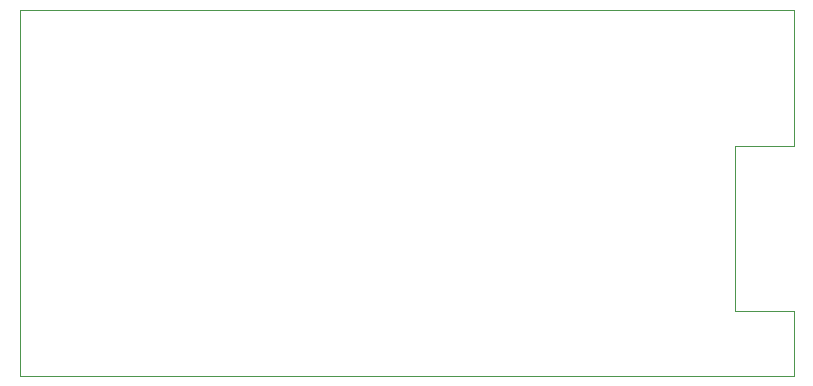
<source format=gbr>
%TF.GenerationSoftware,KiCad,Pcbnew,7.0.9-dirty*%
%TF.CreationDate,2023-12-27T00:33:38-08:00*%
%TF.ProjectId,hardware,68617264-7761-4726-952e-6b696361645f,rev?*%
%TF.SameCoordinates,Original*%
%TF.FileFunction,Profile,NP*%
%FSLAX46Y46*%
G04 Gerber Fmt 4.6, Leading zero omitted, Abs format (unit mm)*
G04 Created by KiCad (PCBNEW 7.0.9-dirty) date 2023-12-27 00:33:38*
%MOMM*%
%LPD*%
G01*
G04 APERTURE LIST*
%TA.AperFunction,Profile*%
%ADD10C,0.100000*%
%TD*%
G04 APERTURE END LIST*
D10*
X195000000Y-71500000D02*
X190000000Y-71500000D01*
X190000000Y-85500000D01*
X195000000Y-85500000D01*
X195000000Y-91000000D01*
X129500000Y-91000000D01*
X129500000Y-60000000D01*
X195000000Y-60000000D01*
X195000000Y-71500000D01*
M02*

</source>
